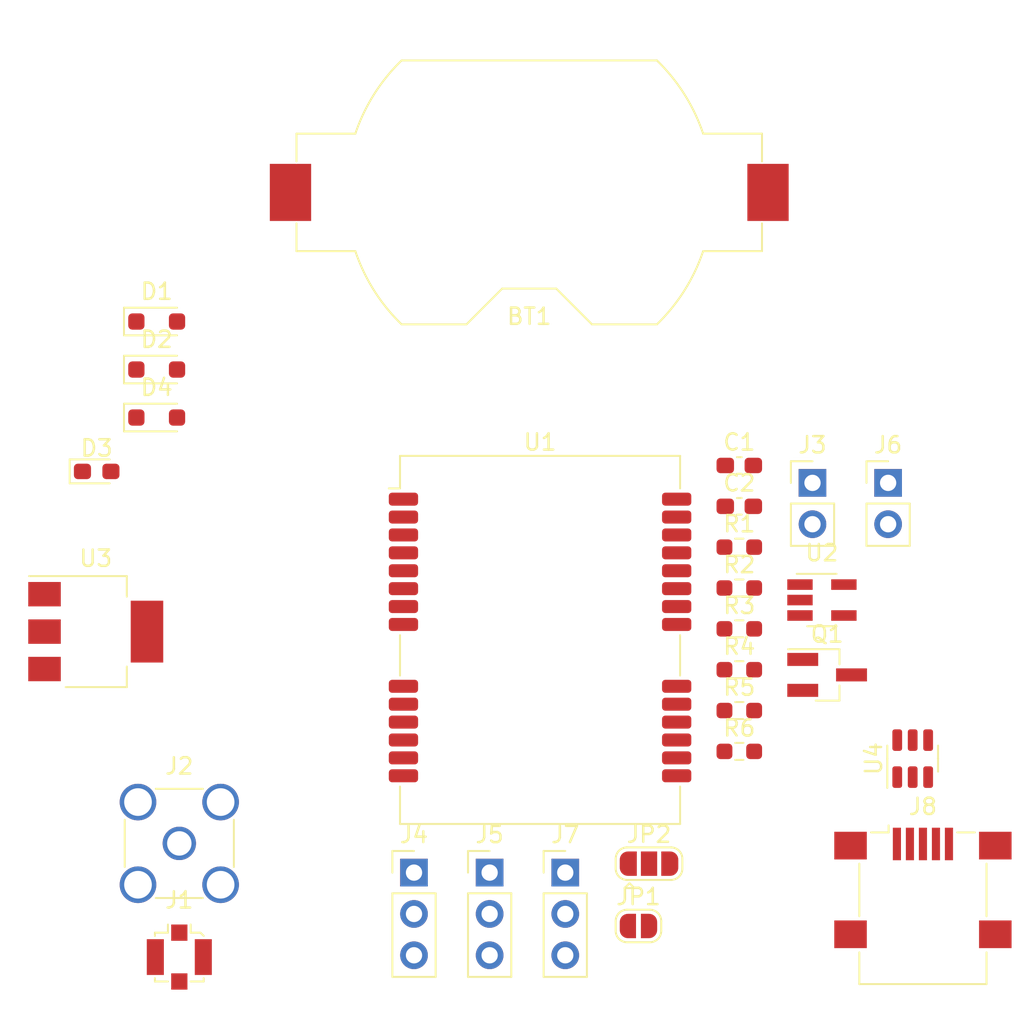
<source format=kicad_pcb>
(kicad_pcb (version 20221018) (generator pcbnew)
  (layers (0 "F.Cu" signal) (31 "B.Cu" signal) (34 "B.Paste" user) (35 "F.Paste" user) (36 "B.SilkS" user "B.Silkscreen") (37 "F.SilkS" user "F.Silkscreen") (38 "B.Mask" user) (39 "F.Mask" user) (44 "Edge.Cuts" user))
  (net 0 "")
  (net 1 "GND")
  (net 2 "3.3V_IN")
  (net 3 "+5V")
  (net 4 "Net-(J8-D-)")
  (net 5 "Net-(J8-D+)")
  (net 6 "Net-(R2-Pad1)")
  (net 7 "Net-(R3-Pad2)")
  (net 8 "Net-(BT1-+)")
  (net 9 "Net-(J4-Pin_1)")
  (net 10 "Net-(J4-Pin_2)")
  (net 11 "Net-(J5-Pin_1)")
  (net 12 "Net-(J5-Pin_2)")
  (net 13 "Net-(J6-Pin_1)")
  (net 14 "Net-(J7-Pin_1)")
  (net 15 "Net-(J7-Pin_2)")
  (net 16 "VBUS")
  (net 18 "Net-(JP1-A)")
  (net 19 "Net-(JP2-C)")
  (net 20 "Net-(Q1-B)")
  (net 21 "VDDUSB")
  (net 22 "Net-(U1-V_ANT)")
  (net 23 "Net-(U1-VCC_RF)")
  (net 24 "USB_DP")
  (net 25 "USB_DM")
  (net 26 "Net-(D3-A)")
  (net 31 "Net-(J1-In)")
  (net 37 "5V_IN")
  (footprint "Connector_PinHeader_2.54mm:PinHeader_1x03_P2.54mm_Vertical" (layer "F.Cu") (at 177.195 81.805)
    (fp_text reference "J5" (at 0 -2.33) (layer "F.SilkS"))
    (fp_text value "Conn_01x03")
    (fp_line (start -1.33 -1.33) (end 0 -1.33) (stroke (width 0.12)) (layer "F.SilkS"))
    (fp_line (start -1.33 0) (end -1.33 -1.33) (stroke (width 0.12)) (layer "F.SilkS"))
    (fp_line (start -1.33 1.27) (end -1.33 6.41) (stroke (width 0.12)) (layer "F.SilkS"))
    (fp_line (start -1.33 1.27) (end 1.33 1.27) (stroke (width 0.12)) (layer "F.SilkS"))
    (fp_line (start -1.33 6.41) (end 1.33 6.41) (stroke (width 0.12)) (layer "F.SilkS"))
    (fp_line (start 1.33 1.27) (end 1.33 6.41) (stroke (width 0.12)) (layer "F.SilkS"))
    (pad "1" thru_hole rect (at 0 0) (size 1.7 1.7) (drill 1) (layers "*.Cu" "*.Mask") (net 11 "Net-(J5-Pin_1)"))
    (pad "2" thru_hole oval (at 0 2.54) (size 1.7 1.7) (drill 1) (layers "*.Cu" "*.Mask") (net 12 "Net-(J5-Pin_2)"))
    (pad "3" thru_hole oval (at 0 5.08) (size 1.7 1.7) (drill 1) (layers "*.Cu" "*.Mask") (net 1 "GND"))
  )
  (footprint "Connector_PinHeader_2.54mm:PinHeader_1x03_P2.54mm_Vertical" (layer "F.Cu") (at 181.845 81.805)
    (fp_text reference "J7" (at 0 -2.33) (layer "F.SilkS"))
    (fp_text value "Conn_01x03")
    (fp_line (start -1.33 -1.33) (end 0 -1.33) (stroke (width 0.12)) (layer "F.SilkS"))
    (fp_line (start -1.33 0) (end -1.33 -1.33) (stroke (width 0.12)) (layer "F.SilkS"))
    (fp_line (start -1.33 1.27) (end -1.33 6.41) (stroke (width 0.12)) (layer "F.SilkS"))
    (fp_line (start -1.33 1.27) (end 1.33 1.27) (stroke (width 0.12)) (layer "F.SilkS"))
    (fp_line (start -1.33 6.41) (end 1.33 6.41) (stroke (width 0.12)) (layer "F.SilkS"))
    (fp_line (start 1.33 1.27) (end 1.33 6.41) (stroke (width 0.12)) (layer "F.SilkS"))
    (pad "1" thru_hole rect (at 0 0) (size 1.7 1.7) (drill 1) (layers "*.Cu" "*.Mask") (net 14 "Net-(J7-Pin_1)"))
    (pad "2" thru_hole oval (at 0 2.54) (size 1.7 1.7) (drill 1) (layers "*.Cu" "*.Mask") (net 15 "Net-(J7-Pin_2)"))
    (pad "3" thru_hole oval (at 0 5.08) (size 1.7 1.7) (drill 1) (layers "*.Cu" "*.Mask") (net 1 "GND"))
  )
  (footprint "Package_TO_SOT_SMD:SOT-23_Handsoldering" (layer "F.Cu") (at 197.945 69.655)
    (fp_text reference "Q1" (at 0 -2.5) (layer "F.SilkS"))
    (fp_text value "NPN")
    (fp_line (start 0.76 -1.58) (end -2.4 -1.58) (stroke (width 0.12)) (layer "F.SilkS"))
    (fp_line (start 0.76 -1.58) (end 0.76 -0.65) (stroke (width 0.12)) (layer "F.SilkS"))
    (fp_line (start 0.76 1.58) (end -0.7 1.58) (stroke (width 0.12)) (layer "F.SilkS"))
    (fp_line (start 0.76 1.58) (end 0.76 0.65) (stroke (width 0.12)) (layer "F.SilkS"))
    (pad "1" smd rect (at -1.5 -0.95) (size 1.9 0.8) (layers "F.Cu" "F.Paste" "F.Mask") (net 2 "3.3V_IN"))
    (pad "2" smd rect (at -1.5 0.95) (size 1.9 0.8) (layers "F.Cu" "F.Paste" "F.Mask") (net 20 "Net-(Q1-B)"))
    (pad "3" smd rect (at 1.5 0) (size 1.9 0.8) (layers "F.Cu" "F.Paste" "F.Mask") (net 21 "VDDUSB"))
  )
  (footprint "Diode_SMD:D_SOD-323_HandSoldering" (layer "F.Cu") (at 156.725 47.94)
    (fp_text reference "D1" (at 0 -1.85) (layer "F.SilkS"))
    (fp_text value "D")
    (fp_line (start -2.01 -0.85) (end -2.01 0.85) (stroke (width 0.12)) (layer "F.SilkS"))
    (fp_line (start -2.01 -0.85) (end 1.25 -0.85) (stroke (width 0.12)) (layer "F.SilkS"))
    (fp_line (start -2.01 0.85) (end 1.25 0.85) (stroke (width 0.12)) (layer "F.SilkS"))
    (pad "1" smd roundrect (at -1.25 0) (size 1 1) (layers "F.Cu" "F.Paste" "F.Mask") (net 3 "+5V"))
    (pad "2" smd roundrect (at 1.25 0) (size 1 1) (layers "F.Cu" "F.Paste" "F.Mask") (net 37 "5V_IN"))
  )
  (footprint "Battery:BatteryHolder_Keystone_1058_1x2032" (layer "F.Cu") (at 179.63 40.005)
    (fp_text reference "BT1" (at 0 7.62) (layer "F.SilkS"))
    (fp_text value "3v")
    (fp_line (start -14.31 -3.61) (end -10.692 -3.61) (stroke (width 0.12)) (layer "F.SilkS"))
    (fp_line (start -14.31 -1.9) (end -14.31 -3.61) (stroke (width 0.12)) (layer "F.SilkS"))
    (fp_line (start -14.31 1.9) (end -14.31 3.61) (stroke (width 0.12)) (layer "F.SilkS"))
    (fp_line (start -10.692 3.61) (end -14.31 3.61) (stroke (width 0.12)) (layer "F.SilkS"))
    (fp_line (start -7.8473 -8.11) (end 7.8473 -8.11) (stroke (width 0.12)) (layer "F.SilkS"))
    (fp_line (start -3.86 8.11) (end -7.8473 8.11) (stroke (width 0.12)) (layer "F.SilkS"))
    (fp_line (start -1.66 5.91) (end -3.86 8.11) (stroke (width 0.12)) (layer "F.SilkS"))
    (fp_line (start 1.66 5.91) (end -1.66 5.91) (stroke (width 0.12)) (layer "F.SilkS"))
    (fp_line (start 1.66 5.91) (end 3.86 8.11) (stroke (width 0.12)) (layer "F.SilkS"))
    (fp_line (start 7.8473 8.11) (end 3.86 8.11) (stroke (width 0.12)) (layer "F.SilkS"))
    (fp_line (start 10.692 -3.61) (end 14.31 -3.61) (stroke (width 0.12)) (layer "F.SilkS"))
    (fp_line (start 14.31 -1.9) (end 14.31 -3.61) (stroke (width 0.12)) (layer "F.SilkS"))
    (fp_line (start 14.31 1.9) (end 14.31 3.61) (stroke (width 0.12)) (layer "F.SilkS"))
    (fp_line (start 14.31 3.61) (end 10.692 3.61) (stroke (width 0.12)) (layer "F.SilkS"))
    (fp_arc (start -10.692 -3.61) (mid -9.538084 -6.031244) (end -7.845371 -8.111789) (stroke (width 0.12)) (layer "F.SilkS"))
    (fp_arc (start -7.845371 8.111789) (mid -9.538085 6.031244) (end -10.692 3.61) (stroke (width 0.12)) (layer "F.SilkS"))
    (fp_arc (start 7.845371 -8.111789) (mid 9.538085 -6.031244) (end 10.692 -3.61) (stroke (width 0.12)) (layer "F.SilkS"))
    (fp_arc (start 10.692 3.61) (mid 9.538084 6.031244) (end 7.845371 8.111789) (stroke (width 0.12)) (layer "F.SilkS"))
    (pad "1" smd rect (at -14.68 0) (size 2.54 3.51) (layers "F.Cu" "F.Paste" "F.Mask") (net 8 "Net-(BT1-+)"))
    (pad "2" smd rect (at 14.68 0) (size 2.54 3.51) (layers "F.Cu" "F.Paste" "F.Mask") (net 1 "GND"))
  )
  (footprint "Jumper:SolderJumper-2_P1.3mm_Open_RoundedPad1.0x1.5mm" (layer "F.Cu") (at 186.345 85.085)
    (fp_text reference "JP1" (at 0 -1.8) (layer "F.SilkS"))
    (fp_text value "SolderJumper_2_Open")
    (fp_line (start -1.4 0.3) (end -1.4 -0.3) (stroke (width 0.12)) (layer "F.SilkS"))
    (fp_line (start -0.7 -1) (end 0.7 -1) (stroke (width 0.12)) (layer "F.SilkS"))
    (fp_line (start 0.7 1) (end -0.7 1) (stroke (width 0.12)) (layer "F.SilkS"))
    (fp_line (start 1.4 -0.3) (end 1.4 0.3) (stroke (width 0.12)) (layer "F.SilkS"))
    (fp_arc (start -1.4 -0.3) (mid -1.194975 -0.794975) (end -0.7 -1) (stroke (width 0.12)) (layer "F.SilkS"))
    (fp_arc (start -0.7 1) (mid -1.194975 0.794975) (end -1.4 0.3) (stroke (width 0.12)) (layer "F.SilkS"))
    (fp_arc (start 0.7 -1) (mid 1.194975 -0.794975) (end 1.4 -0.3) (stroke (width 0.12)) (layer "F.SilkS"))
    (fp_arc (start 1.4 0.3) (mid 1.194975 0.794975) (end 0.7 1) (stroke (width 0.12)) (layer "F.SilkS"))
    (pad "1" smd custom (at -0.65 0) (size 1 0.5) (layers "F.Cu" "F.Mask") (net 18 "Net-(JP1-A)") (options (clearance outline) (anchor rect)) (primitives (gr_circle (center 0 0.25) (end 0.5 0.25) (width 0) (fill yes)) (gr_circle (center 0 -0.25) (end 0.5 -0.25) (width 0) (fill yes)) (gr_poly (pts (xy 0.5 0.75) (xy 0 0.75) (xy 0 -0.75) (xy 0.5 -0.75)) (width 0) (fill yes))))
    (pad "2" smd custom (at 0.65 0) (size 1 0.5) (layers "F.Cu" "F.Mask") (net 13 "Net-(J6-Pin_1)") (options (clearance outline) (anchor rect)) (primitives (gr_circle (center 0 0.25) (end 0.5 0.25) (width 0) (fill yes)) (gr_circle (center 0 -0.25) (end 0.5 -0.25) (width 0) (fill yes)) (gr_poly (pts (xy 0 0.75) (xy -0.5 0.75) (xy -0.5 -0.75) (xy 0 -0.75)) (width 0) (fill yes))))
  )
  (footprint "Package_TO_SOT_SMD:SOT-23-5_HandSoldering" (layer "F.Cu") (at 197.625 65.055)
    (fp_text reference "U2" (at 0 -2.9) (layer "F.SilkS"))
    (fp_text value "74LVC1G17")
    (fp_line (start -0.9 1.61) (end 0.9 1.61) (stroke (width 0.12)) (layer "F.SilkS"))
    (fp_line (start 0.9 -1.61) (end -1.55 -1.61) (stroke (width 0.12)) (layer "F.SilkS"))
    (pad "1" smd rect (at -1.35 -0.95) (size 1.56 0.65) (layers "F.Cu" "F.Paste" "F.Mask"))
    (pad "2" smd rect (at -1.35 0) (size 1.56 0.65) (layers "F.Cu" "F.Paste" "F.Mask") (net 18 "Net-(JP1-A)"))
    (pad "3" smd rect (at -1.35 0.95) (size 1.56 0.65) (layers "F.Cu" "F.Paste" "F.Mask") (net 1 "GND"))
    (pad "4" smd rect (at 1.35 0.95) (size 1.56 0.65) (layers "F.Cu" "F.Paste" "F.Mask") (net 13 "Net-(J6-Pin_1)"))
    (pad "5" smd rect (at 1.35 -0.95) (size 1.56 0.65) (layers "F.Cu" "F.Paste" "F.Mask") (net 19 "Net-(JP2-C)"))
  )
  (footprint "RF_GPS:ublox_LEA" (layer "F.Cu") (at 180.295 67.355)
    (fp_text reference "U1" (at 0 -12) (layer "F.SilkS"))
    (fp_text value "~")
    (fp_line (start -9.3 -9.16) (end -8.61 -9.16) (stroke (width 0.12)) (layer "F.SilkS"))
    (fp_line (start -8.61 -11.16) (end -8.61 -9.16) (stroke (width 0.12)) (layer "F.SilkS"))
    (fp_line (start -8.61 -11.16) (end 8.61 -11.16) (stroke (width 0.12)) (layer "F.SilkS"))
    (fp_line (start -8.61 -0.14) (end -8.61 2.34) (stroke (width 0.12)) (layer "F.SilkS"))
    (fp_line (start -8.61 9.16) (end -8.61 11.46) (stroke (width 0.12)) (layer "F.SilkS"))
    (fp_line (start -8.61 11.46) (end 8.61 11.46) (stroke (width 0.12)) (layer "F.SilkS"))
    (fp_line (start 8.61 -11.16) (end 8.61 -9.16) (stroke (width 0.12)) (layer "F.SilkS"))
    (fp_line (start 8.61 -0.14) (end 8.61 2.34) (stroke (width 0.12)) (layer "F.SilkS"))
    (fp_line (start 8.61 9.16) (end 8.61 11.46) (stroke (width 0.12)) (layer "F.SilkS"))
    (pad "1" smd roundrect (at -8.4 -8.5) (size 1.8 0.8) (layers "F.Cu" "F.Paste" "F.Mask") (net 14 "Net-(J7-Pin_1)"))
    (pad "2" smd roundrect (at -8.4 -7.4) (size 1.8 0.8) (layers "F.Cu" "F.Paste" "F.Mask") (net 15 "Net-(J7-Pin_2)"))
    (pad "3" smd roundrect (at -8.4 -6.3) (size 1.8 0.8) (layers "F.Cu" "F.Paste" "F.Mask") (net 11 "Net-(J5-Pin_1)"))
    (pad "4" smd roundrect (at -8.4 -5.2) (size 1.8 0.8) (layers "F.Cu" "F.Paste" "F.Mask") (net 12 "Net-(J5-Pin_2)"))
    (pad "5" smd roundrect (at -8.4 -4.1) (size 1.8 0.8) (layers "F.Cu" "F.Paste" "F.Mask"))
    (pad "6" smd roundrect (at -8.4 -3) (size 1.8 0.8) (layers "F.Cu" "F.Paste" "F.Mask") (net 2 "3.3V_IN"))
    (pad "7" smd roundrect (at -8.4 -1.9) (size 1.8 0.8) (layers "F.Cu" "F.Paste" "F.Mask") (net 1 "GND"))
    (pad "8" smd roundrect (at -8.4 -0.8) (size 1.8 0.8) (layers "F.Cu" "F.Paste" "F.Mask"))
    (pad "9" smd roundrect (at -8.4 3) (size 1.8 0.8) (layers "F.Cu" "F.Paste" "F.Mask"))
    (pad "10" smd roundrect (at -8.4 4.1) (size 1.8 0.8) (layers "F.Cu" "F.Paste" "F.Mask") (net 9 "Net-(J4-Pin_1)"))
    (pad "11" smd roundrect (at -8.4 5.2) (size 1.8 0.8) (layers "F.Cu" "F.Paste" "F.Mask") (net 8 "Net-(BT1-+)"))
    (pad "12" smd roundrect (at -8.4 6.3) (size 1.8 0.8) (layers "F.Cu" "F.Paste" "F.Mask"))
    (pad "13" smd roundrect (at -8.4 7.4) (size 1.8 0.8) (layers "F.Cu" "F.Paste" "F.Mask") (net 1 "GND"))
    (pad "14" smd roundrect (at -8.4 8.5) (size 1.8 0.8) (layers "F.Cu" "F.Paste" "F.Mask") (net 1 "GND"))
    (pad "15" smd roundrect (at 8.4 8.5) (size 1.8 0.8) (layers "F.Cu" "F.Paste" "F.Mask") (net 1 "GND"))
    (pad "16" smd roundrect (at 8.4 7.4) (size 1.8 0.8) (layers "F.Cu" "F.Paste" "F.Mask") (net 31 "Net-(J1-In)"))
    (pad "17" smd roundrect (at 8.4 6.3) (size 1.8 0.8) (layers "F.Cu" "F.Paste" "F.Mask") (net 1 "GND"))
    (pad "18" smd roundrect (at 8.4 5.2) (size 1.8 0.8) (layers "F.Cu" "F.Paste" "F.Mask") (net 23 "Net-(U1-VCC_RF)"))
    (pad "19" smd roundrect (at 8.4 4.1) (size 1.8 0.8) (layers "F.Cu" "F.Paste" "F.Mask") (net 22 "Net-(U1-V_ANT)"))
    (pad "20" smd roundrect (at 8.4 3) (size 1.8 0.8) (layers "F.Cu" "F.Paste" "F.Mask"))
    (pad "21" smd roundrect (at 8.4 -0.8) (size 1.8 0.8) (layers "F.Cu" "F.Paste" "F.Mask"))
    (pad "22" smd roundrect (at 8.4 -1.9) (size 1.8 0.8) (layers "F.Cu" "F.Paste" "F.Mask"))
    (pad "23" smd roundrect (at 8.4 -3) (size 1.8 0.8) (layers "F.Cu" "F.Paste" "F.Mask"))
    (pad "24" smd roundrect (at 8.4 -4.1) (size 1.8 0.8) (layers "F.Cu" "F.Paste" "F.Mask") (net 21 "VDDUSB"))
    (pad "25" smd roundrect (at 8.4 -5.2) (size 1.8 0.8) (layers "F.Cu" "F.Paste" "F.Mask") (net 25 "USB_DM"))
    (pad "26" smd roundrect (at 8.4 -6.3) (size 1.8 0.8) (layers "F.Cu" "F.Paste" "F.Mask") (net 24 "USB_DP"))
    (pad "27" smd roundrect (at 8.4 -7.4) (size 1.8 0.8) (layers "F.Cu" "F.Paste" "F.Mask") (net 10 "Net-(J4-Pin_2)"))
    (pad "28" smd roundrect (at 8.4 -8.5) (size 1.8 0.8) (layers "F.Cu" "F.Paste" "F.Mask") (net 18 "Net-(JP1-A)"))
  )
  (footprint "Connector_PinHeader_2.54mm:PinHeader_1x03_P2.54mm_Vertical" (layer "F.Cu") (at 172.545 81.805)
    (fp_text reference "J4" (at 0 -2.33) (layer "F.SilkS"))
    (fp_text value "Conn_01x03")
    (fp_line (start -1.33 -1.33) (end 0 -1.33) (stroke (width 0.12)) (layer "F.SilkS"))
    (fp_line (start -1.33 0) (end -1.33 -1.33) (stroke (width 0.12)) (layer "F.SilkS"))
    (fp_line (start -1.33 1.27) (end -1.33 6.41) (stroke (width 0.12)) (layer "F.SilkS"))
    (fp_line (start -1.33 1.27) (end 1.33 1.27) (stroke (width 0.12)) (layer "F.SilkS"))
    (fp_line (start -1.33 6.41) (end 1.33 6.41) (stroke (width 0.12)) (layer "F.SilkS"))
    (fp_line (start 1.33 1.27) (end 1.33 6.41) (stroke (width 0.12)) (layer "F.SilkS"))
    (pad "1" thru_hole rect (at 0 0) (size 1.7 1.7) (drill 1) (layers "*.Cu" "*.Mask") (net 9 "Net-(J4-Pin_1)"))
    (pad "2" thru_hole oval (at 0 2.54) (size 1.7 1.7) (drill 1) (layers "*.Cu" "*.Mask") (net 10 "Net-(J4-Pin_2)"))
    (pad "3" thru_hole oval (at 0 5.08) (size 1.7 1.7) (drill 1) (layers "*.Cu" "*.Mask") (net 1 "GND"))
  )
  (footprint "Resistor_SMD:R_0603_1608Metric_Pad0.98x0.95mm_HandSolder" (layer "F.Cu") (at 192.545 71.845)
    (fp_text reference "R5" (at 0 -1.43) (layer "F.SilkS"))
    (fp_text value "10k")
    (fp_line (start -0.254724 -0.5225) (end 0.254724 -0.5225) (stroke (width 0.12)) (layer "F.SilkS"))
    (fp_line (start -0.254724 0.5225) (end 0.254724 0.5225) (stroke (width 0.12)) (layer "F.SilkS"))
    (pad "1" smd roundrect (at -0.9125 0) (size 0.975 0.95) (layers "F.Cu" "F.Paste" "F.Mask") (net 1 "GND"))
    (pad "2" smd roundrect (at 0.9125 0) (size 0.975 0.95) (layers "F.Cu" "F.Paste" "F.Mask") (net 21 "VDDUSB"))
  )
  (footprint "Resistor_SMD:R_0603_1608Metric_Pad0.98x0.95mm_HandSolder" (layer "F.Cu") (at 192.545 66.825)
    (fp_text reference "R3" (at 0 -1.43) (layer "F.SilkS"))
    (fp_text value "22")
    (fp_line (start -0.254724 -0.5225) (end 0.254724 -0.5225) (stroke (width 0.12)) (layer "F.SilkS"))
    (fp_line (start -0.254724 0.5225) (end 0.254724 0.5225) (stroke (width 0.12)) (layer "F.SilkS"))
    (pad "1" smd roundrect (at -0.9125 0) (size 0.975 0.95) (layers "F.Cu" "F.Paste" "F.Mask") (net 25 "USB_DM"))
    (pad "2" smd roundrect (at 0.9125 0) (size 0.975 0.95) (layers "F.Cu" "F.Paste" "F.Mask") (net 7 "Net-(R3-Pad2)"))
  )
  (footprint "Resistor_SMD:R_0603_1608Metric_Pad0.98x0.95mm_HandSolder" (layer "F.Cu") (at 192.545 61.805)
    (fp_text reference "R1" (at 0 -1.43) (layer "F.SilkS"))
    (fp_text value "10")
    (fp_line (start -0.254724 -0.5225) (end 0.254724 -0.5225) (stroke (width 0.12)) (layer "F.SilkS"))
    (fp_line (start -0.254724 0.5225) (end 0.254724 0.5225) (stroke (width 0.12)) (layer "F.SilkS"))
    (pad "1" smd roundrect (at -0.9125 0) (size 0.975 0.95) (layers "F.Cu" "F.Paste" "F.Mask") (net 22 "Net-(U1-V_ANT)"))
    (pad "2" smd roundrect (at 0.9125 0) (size 0.975 0.95) (layers "F.Cu" "F.Paste" "F.Mask") (net 23 "Net-(U1-VCC_RF)"))
  )
  (footprint "Diode_SMD:D_SOD-323_HandSoldering" (layer "F.Cu") (at 156.725 50.89)
    (fp_text reference "D2" (at 0 -1.85) (layer "F.SilkS"))
    (fp_text value "D")
    (fp_line (start -2.01 -0.85) (end -2.01 0.85) (stroke (width 0.12)) (layer "F.SilkS"))
    (fp_line (start -2.01 -0.85) (end 1.25 -0.85) (stroke (width 0.12)) (layer "F.SilkS"))
    (fp_line (start -2.01 0.85) (end 1.25 0.85) (stroke (width 0.12)) (layer "F.SilkS"))
    (pad "1" smd roundrect (at -1.25 0) (size 1 1) (layers "F.Cu" "F.Paste" "F.Mask") (net 3 "+5V"))
    (pad "2" smd roundrect (at 1.25 0) (size 1 1) (layers "F.Cu" "F.Paste" "F.Mask") (net 16 "VBUS"))
  )
  (footprint "Connector_PinHeader_2.54mm:PinHeader_1x02_P2.54mm_Vertical" (layer "F.Cu") (at 201.695 57.855)
    (fp_text reference "J6" (at 0 -2.33) (layer "F.SilkS"))
    (fp_text value "Conn_01x02")
    (fp_line (start -1.33 -1.33) (end 0 -1.33) (stroke (width 0.12)) (layer "F.SilkS"))
    (fp_line (start -1.33 0) (end -1.33 -1.33) (stroke (width 0.12)) (layer "F.SilkS"))
    (fp_line (start -1.33 1.27) (end -1.33 3.87) (stroke (width 0.12)) (layer "F.SilkS"))
    (fp_line (start -1.33 1.27) (end 1.33 1.27) (stroke (width 0.12)) (layer "F.SilkS"))
    (fp_line (start -1.33 3.87) (end 1.33 3.87) (stroke (width 0.12)) (layer "F.SilkS"))
    (fp_line (start 1.33 1.27) (end 1.33 3.87) (stroke (width 0.12)) (layer "F.SilkS"))
    (pad "1" thru_hole rect (at 0 0) (size 1.7 1.7) (drill 1) (layers "*.Cu" "*.Mask") (net 13 "Net-(J6-Pin_1)"))
    (pad "2" thru_hole oval (at 0 2.54) (size 1.7 1.7) (drill 1) (layers "*.Cu" "*.Mask") (net 1 "GND"))
  )
  (footprint "Resistor_SMD:R_0603_1608Metric_Pad0.98x0.95mm_HandSolder" (layer "F.Cu") (at 192.545 74.355)
    (fp_text reference "R6" (at 0 -1.43) (layer "F.SilkS"))
    (fp_text value "4.7k")
    (fp_line (start -0.254724 -0.5225) (end 0.254724 -0.5225) (stroke (width 0.12)) (layer "F.SilkS"))
    (fp_line (start -0.254724 0.5225) (end 0.254724 0.5225) (stroke (width 0.12)) (layer "F.SilkS"))
    (pad "1" smd roundrect (at -0.9125 0) (size 0.975 0.95) (layers "F.Cu" "F.Paste" "F.Mask") (net 20 "Net-(Q1-B)"))
    (pad "2" smd roundrect (at 0.9125 0) (size 0.975 0.95) (layers "F.Cu" "F.Paste" "F.Mask") (net 16 "VBUS"))
  )
  (footprint "Connector_Coaxial:U.FL_Molex_MCRF_73412-0110_Vertical" (layer "F.Cu") (at 158.115 86.995 180)
    (fp_text reference "J1" (at 0 3.5) (layer "F.SilkS"))
    (fp_text value "U.FL")
    (fp_line (start -1.5 -1.5) (end -0.7 -1.5) (stroke (width 0.12)) (layer "F.SilkS"))
    (fp_line (start -1.5 -1.3) (end -1.5 -1.5) (stroke (width 0.12)) (layer "F.SilkS"))
    (fp_line (start -1.3 1.5) (end -1.5 1.3) (stroke (width 0.12)) (layer "F.SilkS"))
    (fp_line (start -0.7 1.5) (end -1.3 1.5) (stroke (width 0.12)) (layer "F.SilkS"))
    (fp_line (start -0.7 1.5) (end -0.7 2) (stroke (width 0.12)) (layer "F.SilkS"))
    (fp_line (start 0.7 -1.5) (end 1.5 -1.5) (stroke (width 0.12)) (layer "F.SilkS"))
    (fp_line (start 0.7 1.5) (end 0.7 2) (stroke (width 0.12)) (layer "F.SilkS"))
    (fp_line (start 1.5 -1.5) (end 1.5 -1.3) (stroke (width 0.12)) (layer "F.SilkS"))
    (fp_line (start 1.5 1.3) (end 1.5 1.5) (stroke (width 0.12)) (layer "F.SilkS"))
    (fp_line (start 1.5 1.5) (end 0.7 1.5) (stroke (width 0.12)) (layer "F.SilkS"))
    (pad "1" smd rect (at 0 1.5 180) (size 1 1) (layers "F.Cu" "F.Paste" "F.Mask") (net 31 "Net-(J1-In)"))
    (pad "2" smd rect (at -1.475 0 180) (size 1.05 2.2) (layers "F.Cu" "F.Paste" "F.Mask") (net 1 "GND"))
    (pad "2" smd rect (at 0 -1.5 180) (size 1 1) (layers "F.Cu" "F.Paste" "F.Mask") (net 1 "GND"))
    (pad "2" smd rect (at 1.475 0 180) (size 1.05 2.2) (layers "F.Cu" "F.Paste" "F.Mask") (net 1 "GND"))
  )
  (footprint "Connector_PinHeader_2.54mm:PinHeader_1x02_P2.54mm_Vertical" (layer "F.Cu") (at 197.045 57.855)
    (fp_text reference "J3" (at 0 -2.33) (layer "F.SilkS"))
    (fp_text value "Conn_01x02")
    (fp_line (start -1.33 -1.33) (end 0 -1.33) (stroke (width 0.12)) (layer "F.SilkS"))
    (fp_line (start -1.33 0) (end -1.33 -1.33) (stroke (width 0.12)) (layer "F.SilkS"))
    (fp_line (start -1.33 1.27) (end -1.33 3.87) (stroke (width 0.12)) (layer "F.SilkS"))
    (fp_line (start -1.33 1.27) (end 1.33 1.27) (stroke (width 0.12)) (layer "F.SilkS"))
    (fp_line (start -1.33 3.87) (end 1.33 3.87) (stroke (width 0.12)) (layer "F.SilkS"))
    (fp_line (start 1.33 1.27) (end 1.33 3.87) (stroke (width 0.12)) (layer "F.SilkS"))
    (pad "1" thru_hole rect (at 0 0) (size 1.7 1.7) (drill 1) (layers "*.Cu" "*.Mask") (net 8 "Net-(BT1-+)"))
    (pad "2" thru_hole oval (at 0 2.54) (size 1.7 1.7) (drill 1) (layers "*.Cu" "*.Mask") (net 1 "GND"))
  )
  (footprint "Connector_Coaxial:SMA_Amphenol_901-144_Vertical" (layer "F.Cu") (at 158.115 80.01)
    (fp_text reference "J2" (at 0 -4.75) (layer "F.SilkS"))
    (fp_text value "SMA")
    (fp_line (start -3.355 -1.45) (end -3.355 1.45) (stroke (width 0.12)) (layer "F.SilkS"))
    (fp_line (start -1.45 -3.355) (end 1.45 -3.355) (stroke (width 0.12)) (layer "F.SilkS"))
    (fp_line (start -1.45 3.355) (end 1.45 3.355) (stroke (width 0.12)) (layer "F.SilkS"))
    (fp_line (start 3.355 -1.45) (end 3.355 1.45) (stroke (width 0.12)) (layer "F.SilkS"))
    (pad "1" thru_hole circle (at 0 0) (size 2.05 2.05) (drill 1.5) (layers "*.Cu" "*.Mask") (net 31 "Net-(J1-In)"))
    (pad "2" thru_hole circle (at -2.54 -2.54) (size 2.25 2.25) (drill 1.7) (layers "*.Cu" "*.Mask") (net 1 "GND"))
    (pad "2" thru_hole circle (at -2.54 2.54) (size 2.25 2.25) (drill 1.7) (layers "*.Cu" "*.Mask") (net 1 "GND"))
    (pad "2" thru_hole circle (at 2.54 -2.54) (size 2.25 2.25) (drill 1.7) (layers "*.Cu" "*.Mask") (net 1 "GND"))
    (pad "2" thru_hole circle (at 2.54 2.54) (size 2.25 2.25) (drill 1.7) (layers "*.Cu" "*.Mask") (net 1 "GND"))
  )
  (footprint "Package_TO_SOT_SMD:SOT-23-6" (layer "F.Cu") (at 203.205 74.8 90)
    (fp_text reference "U4" (at 0 -2.4 90) (layer "F.SilkS"))
    (fp_text value "USBLC6-2SC6")
    (fp_line (start 0 -1.56) (end -1.8 -1.56) (stroke (width 0.12)) (layer "F.SilkS"))
    (fp_line (start 0 -1.56) (end 0.8 -1.56) (stroke (width 0.12)) (layer "F.SilkS"))
    (fp_line (start 0 1.56) (end -0.8 1.56) (stroke (width 0.12)) (layer "F.SilkS"))
    (fp_line (start 0 1.56) (end 0.8 1.56) (stroke (width 0.12)) (layer "F.SilkS"))
    (pad "1" smd roundrect (at -1.1375 -0.95 90) (size 1.325 0.6) (layers "F.Cu" "F.Paste" "F.Mask") (net 4 "Net-(J8-D-)"))
    (pad "2" smd roundrect (at -1.1375 0 90) (size 1.325 0.6) (layers "F.Cu" "F.Paste" "F.Mask") (net 1 "GND"))
    (pad "3" smd roundrect (at -1.1375 0.95 90) (size 1.325 0.6) (layers "F.Cu" "F.Paste" "F.Mask") (net 5 "Net-(J8-D+)"))
    (pad "4" smd roundrect (at 1.1375 0.95 90) (size 1.325 0.6) (layers "F.Cu" "F.Paste" "F.Mask") (net 6 "Net-(R2-Pad1)"))
    (pad "5" smd roundrect (at 1.1375 0 90) (size 1.325 0.6) (layers "F.Cu" "F.Paste" "F.Mask") (net 2 "3.3V_IN"))
    (pad "6" smd roundrect (at 1.1375 -0.95 90) (size 1.325 0.6) (layers "F.Cu" "F.Paste" "F.Mask") (net 7 "Net-(R3-Pad2)"))
  )
  (footprint "Resistor_SMD:R_0603_1608Metric_Pad0.98x0.95mm_HandSolder" (layer "F.Cu") (at 192.545 69.335)
    (fp_text reference "R4" (at 0 -1.43) (layer "F.SilkS"))
    (fp_text value "1k")
    (fp_line (start -0.254724 -0.5225) (end 0.254724 -0.5225) (stroke (width 0.12)) (layer "F.SilkS"))
    (fp_line (start -0.254724 0.5225) (end 0.254724 0.5225) (stroke (width 0.12)) (layer "F.SilkS"))
    (pad "1" smd roundrect (at -0.9125 0) (size 0.975 0.95) (layers "F.Cu" "F.Paste" "F.Mask") (net 2 "3.3V_IN"))
    (pad "2" smd roundrect (at 0.9125 0) (size 0.975 0.95) (layers "F.Cu" "F.Paste" "F.Mask") (net 26 "Net-(D3-A)"))
  )
  (footprint "Package_TO_SOT_SMD:SOT-223-3_TabPin2" (layer "F.Cu") (at 152.9775 66.995)
    (fp_text reference "U3" (at 0 -4.5) (layer "F.SilkS"))
    (fp_text value "LM1117MP-3.3")
    (fp_line (start -4.1 -3.41) (end 1.91 -3.41) (stroke (width 0.12)) (layer "F.SilkS"))
    (fp_line (start -1.85 3.41) (end 1.91 3.41) (stroke (width 0.12)) (layer "F.SilkS"))
    (fp_line (start 1.91 -3.41) (end 1.91 -2.15) (stroke (width 0.12)) (layer "F.SilkS"))
    (fp_line (start 1.91 3.41) (end 1.91 2.15) (stroke (width 0.12)) (layer "F.SilkS"))
    (pad "1" smd rect (at -3.15 -2.3) (size 2 1.5) (layers "F.Cu" "F.Paste" "F.Mask") (net 1 "GND"))
    (pad "2" smd rect (at -3.15 0) (size 2 1.5) (layers "F.Cu" "F.Paste" "F.Mask") (net 2 "3.3V_IN"))
    (pad "2" smd rect (at 3.15 0) (size 2 3.8) (layers "F.Cu" "F.Paste" "F.Mask") (net 2 "3.3V_IN"))
    (pad "3" smd rect (at -3.15 2.3) (size 2 1.5) (layers "F.Cu" "F.Paste" "F.Mask") (net 3 "+5V"))
  )
  (footprint "Connector_USB:USB_Mini-B_Lumberg_2486_01_Horizontal" (layer "F.Cu") (at 203.835 82.745)
    (fp_text reference "J8" (at 0 -5) (layer "F.SilkS"))
    (fp_text value "USB_B_Mini")
    (fp_line (start -3.91 1.74) (end -3.91 -1.49) (stroke (width 0.12)) (layer "F.SilkS"))
    (fp_line (start -3.91 5.91) (end -3.91 3.96) (stroke (width 0.12)) (layer "F.SilkS"))
    (fp_line (start -3.19 -3.41) (end -2.11 -3.41) (stroke (width 0.12)) (layer "F.SilkS"))
    (fp_line (start -2.11 -3.41) (end -2.11 -3.84) (stroke (width 0.12)) (layer "F.SilkS"))
    (fp_line (start 2.11 -3.41) (end 3.19 -3.41) (stroke (width 0.12)) (layer "F.SilkS"))
    (fp_line (start 3.91 1.74) (end 3.91 -1.49) (stroke (width 0.12)) (layer "F.SilkS"))
    (fp_line (start 3.91 5.91) (end -3.91 5.91) (stroke (width 0.12)) (layer "F.SilkS"))
    (fp_line (start 3.91 5.91) (end 3.91 3.96) (stroke (width 0.12)) (layer "F.SilkS"))
    (pad "" np_thru_hole circle (at -2.2 0) (size 1 1) (drill 1) (layers "*.Cu" "*.Mask"))
    (pad "" np_thru_hole circle (at 2.2 0) (size 1 1) (drill 1) (layers "*.Cu" "*.Mask"))
    (pad "1" smd rect (at -1.6 -2.7) (size 0.5 2) (layers "F.Cu" "F.Paste" "F.Mask") (net 16 "VBUS"))
    (pad "2" smd rect (at -0.8 -2.7) (size 0.5 2) (layers "F.Cu" "F.Paste" "F.Mask") (net 4 "Net-(J8-D-)"))
    (pad "3" smd rect (at 0 -2.7) (size 0.5 2) (layers "F.Cu" "F.Paste" "F.Mask") (net 5 "Net-(J8-D+)"))
    (pad "4" smd rect (at 0.8 -2.7) (size 0.5 2) (layers "F.Cu" "F.Paste" "F.Mask"))
    (pad "5" smd rect (at 1.6 -2.7) (size 0.5 2) (layers "F.Cu" "F.Paste" "F.Mask") (net 1 "GND"))
    (pad "6" smd rect (at -4.45 -2.6) (size 2 1.7) (layers "F.Cu" "F.Paste" "F.Mask") (net 1 "GND"))
    (pad "6" smd rect (at -4.45 2.85) (size 2 1.7) (layers "F.Cu" "F.Paste" "F.Mask") (net 1 "GND"))
    (pad "6" smd rect (at 4.45 -2.6) (size 2 1.7) (layers "F.Cu" "F.Paste" "F.Mask") (net 1 "GND"))
    (pad "6" smd rect (at 4.45 2.85) (size 2 1.7) (layers "F.Cu" "F.Paste" "F.Mask") (net 1 "GND"))
  )
  (footprint "Capacitor_SMD:C_0603_1608Metric_Pad1.08x0.95mm_HandSolder" (layer "F.Cu") (at 192.545 59.295)
    (fp_text reference "C2" (at 0 -1.43) (layer "F.SilkS"))
    (fp_text value "100nF")
    (fp_line (start -0.146267 -0.51) (end 0.146267 -0.51) (stroke (width 0.12)) (layer "F.SilkS"))
    (fp_line (start -0.146267 0.51) (end 0.146267 0.51) (stroke (width 0.12)) (layer "F.SilkS"))
    (pad "1" smd roundrect (at -0.8625 0) (size 1.075 0.95) (layers "F.Cu" "F.Paste" "F.Mask") (net 2 "3.3V_IN"))
    (pad "2" smd roundrect (at 0.8625 0) (size 1.075 0.95) (layers "F.Cu" "F.Paste" "F.Mask") (net 1 "GND"))
  )
  (footprint "LED_SMD:LED_0603_1608Metric_Pad1.05x0.95mm_HandSolder" (layer "F.Cu") (at 153.035 57.15)
    (fp_text reference "D3" (at 0 -1.43) (layer "F.SilkS"))
    (fp_text value "LED")
    (fp_line (start -1.66 -0.735) (end -1.66 0.735) (stroke (width 0.12)) (layer "F.SilkS"))
    (fp_line (start -1.66 0.735) (end 0.8 0.735) (stroke (width 0.12)) (layer "F.SilkS"))
    (fp_line (start 0.8 -0.735) (end -1.66 -0.735) (stroke (width 0.12)) (layer "F.SilkS"))
    (pad "1" smd roundrect (at -0.875 0) (size 1.05 0.95) (layers "F.Cu" "F.Paste" "F.Mask") (net 1 "GND"))
    (pad "2" smd roundrect (at 0.875 0) (size 1.05 0.95) (layers "F.Cu" "F.Paste" "F.Mask") (net 26 "Net-(D3-A)"))
  )
  (footprint "Jumper:SolderJumper-3_P1.3mm_Open_RoundedPad1.0x1.5mm" (layer "F.Cu") (at 186.995 81.255)
    (fp_text reference "JP2" (at 0 -1.8) (layer "F.SilkS"))
    (fp_text value "SolderJumper_3_Open")
    (fp_line (start -2.05 0.3) (end -2.05 -0.3) (stroke (width 0.12)) (layer "F.SilkS"))
    (fp_line (start -1.5 1.5) (end -0.9 1.5) (stroke (width 0.12)) (layer "F.SilkS"))
    (fp_line (start -1.4 -1) (end 1.4 -1) (stroke (width 0.12)) (layer "F.SilkS"))
    (fp_line (start -1.2 1.2) (end -1.5 1.5) (stroke (width 0.12)) (layer "F.SilkS"))
    (fp_line (start -1.2 1.2) (end -0.9 1.5) (stroke (width 0.12)) (layer "F.SilkS"))
    (fp_line (start 1.4 1) (end -1.4 1) (stroke (width 0.12)) (layer "F.SilkS"))
    (fp_line (start 2.05 -0.3) (end 2.05 0.3) (stroke (width 0.12)) (layer "F.SilkS"))
    (fp_arc (start -2.05 -0.3) (mid -1.844975 -0.794975) (end -1.35 -1) (stroke (width 0.12)) (layer "F.SilkS"))
    (fp_arc (start -1.35 1) (mid -1.844975 0.794975) (end -2.05 0.3) (stroke (width 0.12)) (layer "F.SilkS"))
    (fp_arc (start 1.35 -1) (mid 1.844975 -0.794975) (end 2.05 -0.3) (stroke (width 0.12)) (layer "F.SilkS"))
    (fp_arc (start 2.05 0.3) (mid 1.844975 0.794975) (end 1.35 1) (stroke (width 0.12)) (layer "F.SilkS"))
    (pad "1" smd custom (at -1.3 0) (size 1 0.5) (layers "F.Cu" "F.Mask") (net 3 "+5V") (options (clearance outline) (anchor rect)) (primitives (gr_circle (center 0 0.25) (end 0.5 0.25) (width 0) (fill yes)) (gr_circle (center 0 -0.25) (end 0.5 -0.25) (width 0) (fill yes)) (gr_poly (pts (xy 0.55 0.75) (xy 0 0.75) (xy 0 -0.75) (xy 0.55 -0.75)) (width 0) (fill yes))))
    (pad "2" smd rect (at 0 0) (size 1 1.5) (layers "F.Cu" "F.Mask") (net 19 "Net-(JP2-C)"))
    (pad "3" smd custom (at 1.3 0) (size 1 0.5) (layers "F.Cu" "F.Mask") (net 2 "3.3V_IN") (options (clearance outline) (anchor rect)) (primitives (gr_circle (center 0 0.25) (end 0.5 0.25) (width 0) (fill yes)) (gr_circle (center 0 -0.25) (end 0.5 -0.25) (width 0) (fill yes)) (gr_poly (pts (xy 0 0.75) (xy -0.55 0.75) (xy -0.55 -0.75) (xy 0 -0.75)) (width 0) (fill yes))))
  )
  (footprint "Diode_SMD:D_SOD-323_HandSoldering" (layer "F.Cu") (at 156.725 53.84)
    (fp_text reference "D4" (at 0 -1.85) (layer "F.SilkS"))
    (fp_text value "5.1v")
    (fp_line (start -2.01 -0.85) (end -2.01 0.85) (stroke (width 0.12)) (layer "F.SilkS"))
    (fp_line (start -2.01 -0.85) (end 1.25 -0.85) (stroke (width 0.12)) (layer "F.SilkS"))
    (fp_line (start -2.01 0.85) (end 1.25 0.85) (stroke (width 0.12)) (layer "F.SilkS"))
    (pad "1" smd roundrect (at -1.25 0) (size 1 1) (layers "F.Cu" "F.Paste" "F.Mask") (net 16 "VBUS"))
    (pad "2" smd roundrect (at 1.25 0) (size 1 1) (layers "F.Cu" "F.Paste" "F.Mask") (net 1 "GND"))
  )
  (footprint "Resistor_SMD:R_0603_1608Metric_Pad0.98x0.95mm_HandSolder" (layer "F.Cu") (at 192.545 64.315)
    (fp_text reference "R2" (at 0 -1.43) (layer "F.SilkS"))
    (fp_text value "22")
    (fp_line (start -0.254724 -0.5225) (end 0.254724 -0.5225) (stroke (width 0.12)) (layer "F.SilkS"))
    (fp_line (start -0.254724 0.5225) (end 0.254724 0.5225) (stroke (width 0.12)) (layer "F.SilkS"))
    (pad "1" smd roundrect (at -0.9125 0) (size 0.975 0.95) (layers "F.Cu" "F.Paste" "F.Mask") (net 6 "Net-(R2-Pad1)"))
    (pad "2" smd roundrect (at 0.9125 0) (size 0.975 0.95) (layers "F.Cu" "F.Paste" "F.Mask") (net 24 "USB_DP"))
  )
  (footprint "Capacitor_SMD:C_0603_1608Metric_Pad1.08x0.95mm_HandSolder" (layer "F.Cu") (at 192.545 56.785)
    (fp_text reference "C1" (at 0 -1.43) (layer "F.SilkS"))
    (fp_text value "100nF")
    (fp_line (start -0.146267 -0.51) (end 0.146267 -0.51) (stroke (width 0.12)) (layer "F.SilkS"))
    (fp_line (start -0.146267 0.51) (end 0.146267 0.51) (stroke (width 0.12)) (layer "F.SilkS"))
    (pad "1" smd roundrect (at -0.8625 0) (size 1.075 0.95) (layers "F.Cu" "F.Paste" "F.Mask") (net 3 "+5V"))
    (pad "2" smd roundrect (at 0.8625 0) (size 1.075 0.95) (layers "F.Cu" "F.Paste" "F.Mask") (net 1 "GND"))
  )
)
</source>
